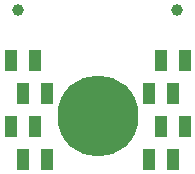
<source format=gbr>
G04 start of page 2 for group 0 idx 0 *
G04 Title: (unknown), top *
G04 Creator: pcb 20110918 *
G04 CreationDate: Fri Nov 15 22:26:29 2013 UTC *
G04 For: fosse *
G04 Format: Gerber/RS-274X *
G04 PCB-Dimensions: 72000 152000 *
G04 PCB-Coordinate-Origin: lower left *
%MOIN*%
%FSLAX25Y25*%
%LNTOP*%
%ADD15C,0.0354*%
%ADD14C,0.1160*%
%ADD13C,0.0394*%
%ADD12C,0.2700*%
%ADD11C,0.0001*%
G54D11*G36*
X5000Y80000D02*X9000D01*
Y73000D01*
X5000D01*
Y80000D01*
G37*
G36*
X13000D02*X17000D01*
Y73000D01*
X13000D01*
Y80000D01*
G37*
G36*
X9000Y69000D02*X13000D01*
Y62000D01*
X9000D01*
Y69000D01*
G37*
G36*
Y47000D02*X13000D01*
Y40000D01*
X9000D01*
Y47000D01*
G37*
G36*
X17000Y69000D02*X21000D01*
Y62000D01*
X17000D01*
Y69000D01*
G37*
G36*
Y47000D02*X21000D01*
Y40000D01*
X17000D01*
Y47000D01*
G37*
G36*
X5000Y58000D02*X9000D01*
Y51000D01*
X5000D01*
Y58000D01*
G37*
G36*
X13000D02*X17000D01*
Y51000D01*
X13000D01*
Y58000D01*
G37*
G36*
X67000Y80000D02*Y73000D01*
X63000D01*
Y80000D01*
X67000D01*
G37*
G36*
X59000D02*Y73000D01*
X55000D01*
Y80000D01*
X59000D01*
G37*
G36*
X63000Y69000D02*Y62000D01*
X59000D01*
Y69000D01*
X63000D01*
G37*
G36*
X55000D02*Y62000D01*
X51000D01*
Y69000D01*
X55000D01*
G37*
G36*
X67000Y58000D02*Y51000D01*
X63000D01*
Y58000D01*
X67000D01*
G37*
G36*
X59000D02*Y51000D01*
X55000D01*
Y58000D01*
X59000D01*
G37*
G36*
X63000Y47000D02*Y40000D01*
X59000D01*
Y47000D01*
X63000D01*
G37*
G36*
X55000D02*Y40000D01*
X51000D01*
Y47000D01*
X55000D01*
G37*
G54D12*X36000Y58000D03*
G54D13*X62575Y93205D03*
X9425D03*
G54D14*G54D15*M02*

</source>
